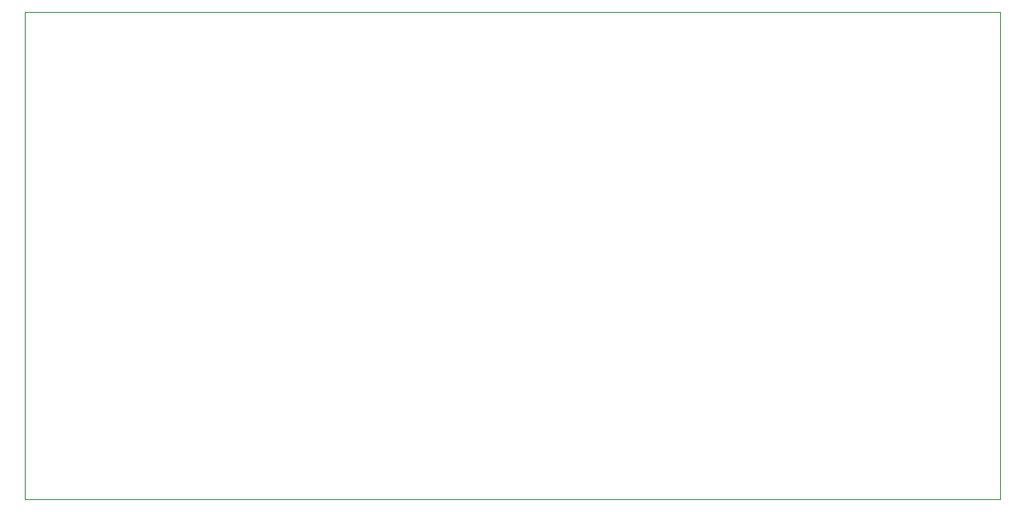
<source format=gm1>
%TF.GenerationSoftware,KiCad,Pcbnew,9.0.0*%
%TF.CreationDate,2025-03-07T17:30:46-08:00*%
%TF.ProjectId,tag,7461672e-6b69-4636-9164-5f7063625858,v0.1*%
%TF.SameCoordinates,Original*%
%TF.FileFunction,Profile,NP*%
%FSLAX46Y46*%
G04 Gerber Fmt 4.6, Leading zero omitted, Abs format (unit mm)*
G04 Created by KiCad (PCBNEW 9.0.0) date 2025-03-07 17:30:46*
%MOMM*%
%LPD*%
G01*
G04 APERTURE LIST*
%TA.AperFunction,Profile*%
%ADD10C,0.050000*%
%TD*%
G04 APERTURE END LIST*
D10*
X99060000Y-76200000D02*
X195580000Y-76200000D01*
X195580000Y-124460000D01*
X99060000Y-124460000D01*
X99060000Y-76200000D01*
M02*

</source>
